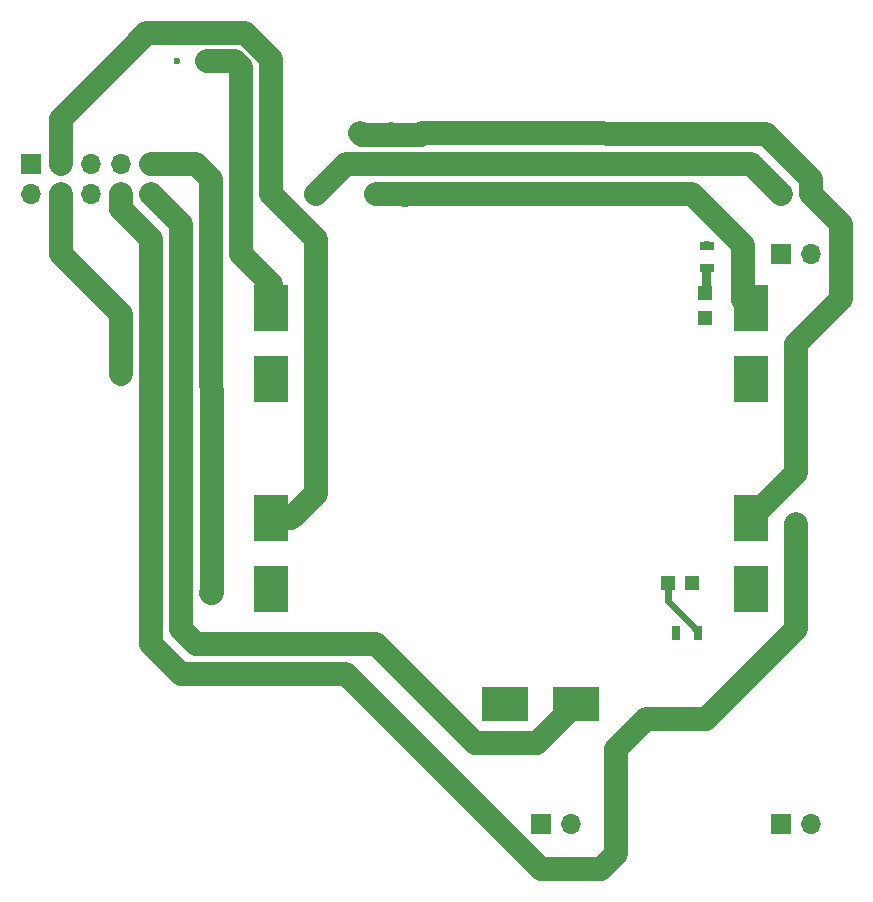
<source format=gbr>
G04 #@! TF.GenerationSoftware,KiCad,Pcbnew,(5.0.0-rc2-dev-26-g0d794b2)*
G04 #@! TF.CreationDate,2018-07-01T21:26:53-07:00*
G04 #@! TF.ProjectId,FlightControlUnitBoard,466C69676874436F6E74726F6C556E69,rev?*
G04 #@! TF.SameCoordinates,Original*
G04 #@! TF.FileFunction,Copper,L1,Top,Signal*
G04 #@! TF.FilePolarity,Positive*
%FSLAX46Y46*%
G04 Gerber Fmt 4.6, Leading zero omitted, Abs format (unit mm)*
G04 Created by KiCad (PCBNEW (5.0.0-rc2-dev-26-g0d794b2)) date Sunday, July 01, 2018 at 09:26:53 PM*
%MOMM*%
%LPD*%
G01*
G04 APERTURE LIST*
%ADD10R,1.198880X1.198880*%
%ADD11R,0.700000X1.300000*%
%ADD12R,1.300000X0.700000*%
%ADD13R,4.000000X3.000000*%
%ADD14R,3.000000X4.000000*%
%ADD15R,1.700000X1.700000*%
%ADD16O,1.700000X1.700000*%
%ADD17C,0.600000*%
%ADD18C,0.600000*%
%ADD19C,2.000000*%
G04 APERTURE END LIST*
D10*
X198249020Y-101525000D03*
X196150980Y-101525000D03*
D11*
X196825000Y-105775000D03*
X198725000Y-105775000D03*
D10*
X199350000Y-77025980D03*
X199350000Y-79124020D03*
D12*
X199500000Y-74875000D03*
X199500000Y-72975000D03*
D13*
X182420000Y-111760000D03*
X188420000Y-111760000D03*
D14*
X162560000Y-84280000D03*
X162560000Y-78280000D03*
X162560000Y-102060000D03*
X162560000Y-96060000D03*
X203200000Y-84280000D03*
X203200000Y-78280000D03*
X203200000Y-102060000D03*
X203200000Y-96060000D03*
D15*
X142240000Y-66040000D03*
D16*
X142240000Y-68580000D03*
X144780000Y-66040000D03*
X144780000Y-68580000D03*
X147320000Y-66040000D03*
X147320000Y-68580000D03*
X149860000Y-66040000D03*
X149860000Y-68580000D03*
X152400000Y-66040000D03*
X152400000Y-68580000D03*
D15*
X185420000Y-121920000D03*
D16*
X187960000Y-121920000D03*
D15*
X205740000Y-121920000D03*
D16*
X208280000Y-121920000D03*
D15*
X205740000Y-73660000D03*
D16*
X208280000Y-73660000D03*
D17*
X199350000Y-77025980D03*
X196800000Y-105650000D03*
X198149020Y-101600000D03*
X199390000Y-79154020D03*
X198700000Y-105650000D03*
X196150980Y-101525000D03*
X199500000Y-74875000D03*
X199525000Y-72850000D03*
X154600000Y-57350000D03*
X157150000Y-57325000D03*
X159525000Y-57350000D03*
X163068000Y-76898500D03*
X163068000Y-78168500D03*
X163004500Y-79565500D03*
X161798000Y-79565500D03*
X161798000Y-78168500D03*
X161798000Y-76962000D03*
X161925000Y-82804000D03*
X161925000Y-84201000D03*
X161925000Y-85407500D03*
X163195000Y-85471000D03*
X163131500Y-84201000D03*
X163131500Y-82867500D03*
X163131500Y-94678500D03*
X163131500Y-96075500D03*
X163068000Y-97409000D03*
X161861500Y-97409000D03*
X161925000Y-96139000D03*
X161925000Y-94742000D03*
X149850000Y-80725000D03*
X161988500Y-100965000D03*
X161988500Y-102235000D03*
X161988500Y-103378000D03*
X163322000Y-103378000D03*
X163322000Y-102235000D03*
X163385500Y-100901500D03*
X149860000Y-83820000D03*
X177725000Y-63425000D03*
X177725030Y-63437061D03*
X175225000Y-63600000D03*
X175300000Y-63600000D03*
X172725000Y-63550000D03*
X172775000Y-63575000D03*
X170115000Y-63435000D03*
X202692000Y-97472500D03*
X202565000Y-96139000D03*
X202565000Y-94678500D03*
X203835000Y-94615000D03*
X203835000Y-96075500D03*
X203835000Y-97409000D03*
X205740000Y-68580000D03*
X203771500Y-100774500D03*
X203771500Y-101981000D03*
X203771500Y-103251000D03*
X202501500Y-103251000D03*
X202438000Y-101981000D03*
X202438000Y-100838000D03*
X166370000Y-68580000D03*
X176475000Y-68575000D03*
X173900000Y-68650000D03*
X171450000Y-68580000D03*
X202501500Y-79692500D03*
X202438000Y-78422500D03*
X202438000Y-77279500D03*
X203898500Y-77343000D03*
X203898500Y-78422500D03*
X203898500Y-79692500D03*
X203898500Y-85407500D03*
X203898500Y-84137500D03*
X203898500Y-82931000D03*
X202501500Y-82994500D03*
X202501500Y-84201000D03*
X202501500Y-85471000D03*
X207010000Y-96520000D03*
X157500000Y-102425000D03*
X182308500Y-110934500D03*
X181229000Y-110998000D03*
X181292500Y-112268000D03*
X182308500Y-112268000D03*
X183642000Y-112331500D03*
X189611000Y-112331500D03*
X188531500Y-112331500D03*
X187325000Y-112331500D03*
X187134500Y-110871000D03*
X188277500Y-110934500D03*
X189611000Y-110934500D03*
D18*
X199500000Y-74875000D02*
X199500000Y-76875980D01*
X199500000Y-76875980D02*
X199350000Y-77025980D01*
X196800000Y-105650000D02*
X196825000Y-105675000D01*
X196825000Y-105675000D02*
X196825000Y-105775000D01*
X198149020Y-101600000D02*
X198224020Y-101525000D01*
X198224020Y-101525000D02*
X198249020Y-101525000D01*
X199390000Y-79154020D02*
X199360000Y-79124020D01*
X199360000Y-79124020D02*
X199350000Y-79124020D01*
X198700000Y-105650000D02*
X198350000Y-105300000D01*
X196150980Y-103025980D02*
X196150980Y-101525000D01*
X198350000Y-105225000D02*
X196150980Y-103025980D01*
X198350000Y-105300000D02*
X198350000Y-105225000D01*
X199350000Y-77025980D02*
X199350000Y-75025000D01*
X199350000Y-75025000D02*
X199500000Y-74875000D01*
X199525000Y-72850000D02*
X199500000Y-72875000D01*
X199500000Y-72875000D02*
X199500000Y-72975000D01*
D19*
X159525000Y-57350000D02*
X157175000Y-57350000D01*
X157175000Y-57350000D02*
X157150000Y-57325000D01*
X160020000Y-73660000D02*
X160020000Y-57845000D01*
X160020000Y-57845000D02*
X159525000Y-57350000D01*
X160020000Y-73660000D02*
X162560000Y-76200000D01*
X162560000Y-76200000D02*
X162560000Y-78280000D01*
X151130000Y-55880000D02*
X151130000Y-55870000D01*
X160400000Y-55000000D02*
X162560000Y-57160000D01*
X152000000Y-55000000D02*
X160400000Y-55000000D01*
X151130000Y-55870000D02*
X152000000Y-55000000D01*
X162560000Y-59690000D02*
X162560000Y-57160000D01*
X164290000Y-96060000D02*
X162560000Y-96060000D01*
X166370000Y-93980000D02*
X164290000Y-96060000D01*
X166370000Y-72390000D02*
X166370000Y-93980000D01*
X165100000Y-71120000D02*
X166370000Y-72390000D01*
X162560000Y-68580000D02*
X165100000Y-71120000D01*
X162560000Y-59690000D02*
X162560000Y-68580000D01*
X151130000Y-55880000D02*
X144780000Y-62230000D01*
X144780000Y-66040000D02*
X144780000Y-62230000D01*
X149850000Y-80725000D02*
X149850000Y-83810000D01*
X149850000Y-83810000D02*
X149860000Y-83820000D01*
X144780000Y-68580000D02*
X144780000Y-73660000D01*
X144780000Y-73660000D02*
X149860000Y-78740000D01*
X149860000Y-78740000D02*
X149860000Y-80700000D01*
X177724383Y-63436472D02*
X177474835Y-63436472D01*
X208280000Y-68580000D02*
X210820000Y-71120000D01*
X208280000Y-67310000D02*
X204470000Y-63500000D01*
X210820000Y-77470000D02*
X207010000Y-81280000D01*
X207010000Y-81280000D02*
X207010000Y-92250000D01*
X208280000Y-67310000D02*
X208280000Y-68580000D01*
X210820000Y-71120000D02*
X210820000Y-77470000D01*
X204470000Y-63500000D02*
X177474835Y-63436472D01*
X177725000Y-63425000D02*
X177724972Y-63425028D01*
X177724972Y-63425028D02*
X177724972Y-63437061D01*
X177724972Y-63437061D02*
X177724383Y-63436472D01*
X175387939Y-63437061D02*
X177725030Y-63437061D01*
X175225000Y-63600000D02*
X175387939Y-63437061D01*
X172775000Y-63600000D02*
X175300000Y-63600000D01*
X172725000Y-63550000D02*
X172775000Y-63600000D01*
X170255000Y-63575000D02*
X172775000Y-63575000D01*
X170255000Y-63575000D02*
X170115000Y-63435000D01*
X207010000Y-92250000D02*
X207010000Y-91440000D01*
X207010000Y-91440000D02*
X207010000Y-92250000D01*
X207010000Y-92250000D02*
X203200000Y-96060000D01*
X172720000Y-66040000D02*
X168910000Y-66040000D01*
X168910000Y-66040000D02*
X166370000Y-68580000D01*
X205740000Y-68580000D02*
X203200000Y-66040000D01*
X203200000Y-66040000D02*
X172720000Y-66040000D01*
X173945000Y-68625000D02*
X176475000Y-68575000D01*
X173900000Y-68580000D02*
X173945000Y-68625000D01*
X173900000Y-68650000D02*
X173900000Y-68580000D01*
X195000000Y-68580000D02*
X198195000Y-68580000D01*
X202500000Y-72885000D02*
X202500000Y-77580000D01*
X198195000Y-68580000D02*
X202500000Y-72885000D01*
X202500000Y-77580000D02*
X203200000Y-78280000D01*
X193800000Y-68580000D02*
X195000000Y-68580000D01*
X171450000Y-68580000D02*
X193800000Y-68580000D01*
X207010000Y-96520000D02*
X207010000Y-105410000D01*
X189230000Y-125730000D02*
X190500000Y-125730000D01*
X194310000Y-113030000D02*
X199390000Y-113030000D01*
X191770000Y-115570000D02*
X194310000Y-113030000D01*
X191770000Y-124460000D02*
X191770000Y-115570000D01*
X190500000Y-125730000D02*
X191770000Y-124460000D01*
X149860000Y-68580000D02*
X149860000Y-69850000D01*
X168910000Y-109220000D02*
X185420000Y-125730000D01*
X154940000Y-109220000D02*
X168910000Y-109220000D01*
X152400000Y-106680000D02*
X154940000Y-109220000D01*
X152400000Y-72390000D02*
X152400000Y-106680000D01*
X149860000Y-69850000D02*
X152400000Y-72390000D01*
X199390000Y-113030000D02*
X207010000Y-105410000D01*
X185420000Y-125730000D02*
X189230000Y-125730000D01*
X157569880Y-102424821D02*
X157569880Y-102424697D01*
X157500179Y-102424821D02*
X157569880Y-102424821D01*
X157500000Y-102425000D02*
X157500179Y-102424821D01*
X157569880Y-102424697D02*
X157480000Y-67310000D01*
X156210000Y-66040000D02*
X152400000Y-66040000D01*
X157480000Y-67310000D02*
X156210000Y-66040000D01*
X185065000Y-115115000D02*
X179865000Y-115115000D01*
X177400000Y-112650000D02*
X177400000Y-112630000D01*
X179865000Y-115115000D02*
X177400000Y-112650000D01*
X153670000Y-69850000D02*
X154940000Y-71120000D01*
X152400000Y-68580000D02*
X153670000Y-69850000D01*
X154940000Y-71120000D02*
X154940000Y-104140000D01*
X154940000Y-104140000D02*
X154940000Y-105410000D01*
X154940000Y-105410000D02*
X156210000Y-106680000D01*
X156210000Y-106680000D02*
X171450000Y-106680000D01*
X171450000Y-106680000D02*
X177400000Y-112630000D01*
X185065000Y-115115000D02*
X188420000Y-111760000D01*
M02*

</source>
